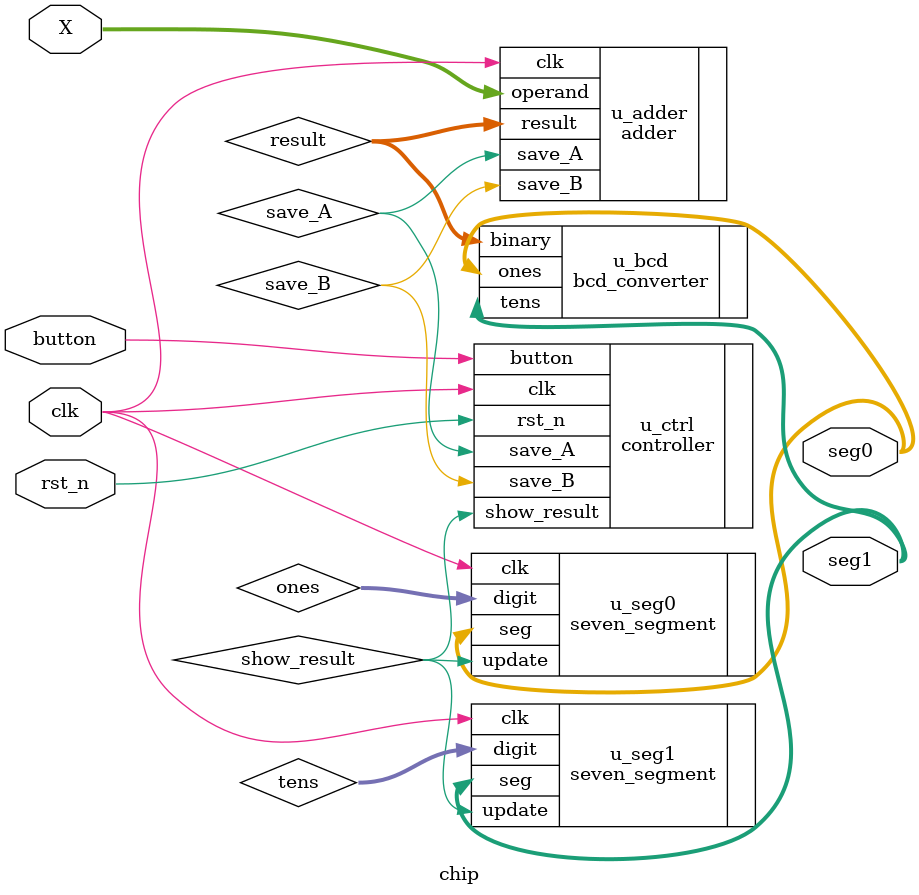
<source format=sv>
module chip(
    input clk,
    input rst_n,
    input button,

    input [3:0] X,

    output [6:0] seg0,
    output [6:0] seg1
);

    logic save_A;
    logic save_B;
    logic show_result;
    logic [4:0] result;
    logic [3:0] tens;
    logic [3:0] ones;

    controller u_ctrl(
        .clk(clk),
        .rst_n(rst_n),
        .button(button),

        .save_A(save_A),
        .save_B(save_B),
        .show_result(show_result)
    );

    adder u_adder(
        .clk(clk),
        .operand(X),
        .save_A(save_A),
        .save_B(save_B),
        .result(result)
    );

    bcd_converter u_bcd(
        .binary(result),
        .tens(seg1),
        .ones(seg0)
    );

    seven_segment u_seg0(
        .clk(clk),
        .digit(ones),
        .update(show_result),
        .seg(seg0)
    );

    seven_segment u_seg1(
        .clk(clk),
        .digit(tens),
        .update(show_result),
        .seg(seg1)
    );

endmodule
</source>
